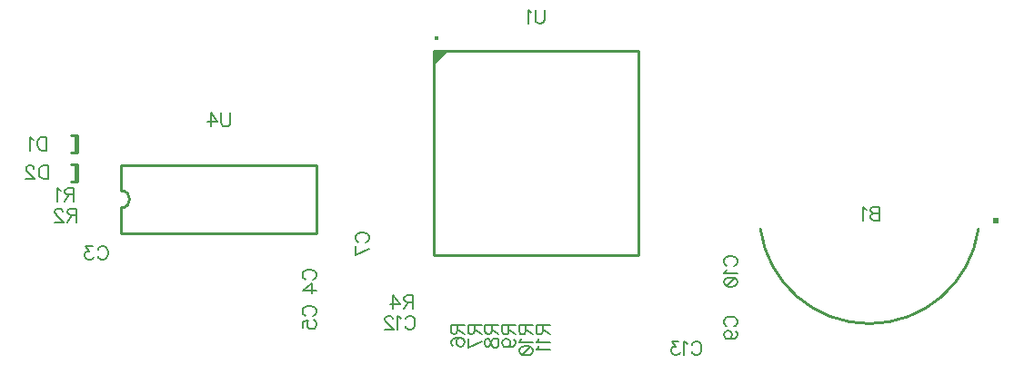
<source format=gbr>
G04 DipTrace 2.4.0.2*
%INBottomSilk.gbr*%
%MOIN*%
%ADD10C,0.0098*%
%ADD14C,0.0157*%
%ADD18C,0.0237*%
%ADD76C,0.0077*%
%FSLAX44Y44*%
G04*
G70*
G90*
G75*
G01*
%LNBotSilk*%
%LPD*%
D18*
X41991Y12812D3*
X33347Y12505D2*
D10*
G03X41340Y12486I3998J552D01*
G01*
X8317Y15940D2*
X8081D1*
X8317Y15311D2*
X8081D1*
X8242D2*
Y15940D1*
X8317Y15311D2*
Y15940D1*
Y14878D2*
X8081D1*
X8317Y14248D2*
X8081D1*
X8242D2*
Y14878D1*
X8317Y14248D2*
Y14878D1*
X21394Y19027D2*
X28874D1*
Y11550D1*
X21394D1*
Y19027D1*
D14*
X21472Y19500D3*
G36*
X21394Y19027D2*
X21906D1*
X21394Y18517D1*
Y19027D1*
G37*
X9918Y14848D2*
D10*
X17083D1*
X9918Y12328D2*
X17083D1*
Y14848D2*
Y12328D1*
X9918Y14848D2*
Y13903D1*
Y13273D2*
Y12328D1*
Y13903D2*
G02X9918Y13273I0J-315D01*
G01*
X37721Y13310D2*
D76*
Y12807D1*
X37505D1*
X37433Y12832D1*
X37410Y12856D1*
X37386Y12903D1*
Y12975D1*
X37410Y13023D1*
X37433Y13047D1*
X37505Y13070D1*
X37433Y13095D1*
X37410Y13119D1*
X37386Y13166D1*
Y13214D1*
X37410Y13262D1*
X37433Y13286D1*
X37505Y13310D1*
X37721D1*
Y13070D2*
X37505D1*
X37231Y13214D2*
X37183Y13238D1*
X37111Y13309D1*
Y12807D1*
X9071Y11751D2*
X9095Y11798D1*
X9143Y11846D1*
X9190Y11870D1*
X9286D1*
X9334Y11846D1*
X9382Y11798D1*
X9406Y11751D1*
X9430Y11679D1*
Y11559D1*
X9406Y11488D1*
X9382Y11440D1*
X9334Y11392D1*
X9286Y11368D1*
X9190D1*
X9143Y11392D1*
X9095Y11440D1*
X9071Y11488D1*
X8869Y11870D2*
X8606D1*
X8749Y11678D1*
X8677D1*
X8630Y11655D1*
X8606Y11631D1*
X8582Y11559D1*
Y11511D1*
X8606Y11440D1*
X8654Y11392D1*
X8725Y11368D1*
X8797D1*
X8869Y11392D1*
X8892Y11416D1*
X8917Y11463D1*
X16688Y10646D2*
X16640Y10669D1*
X16592Y10718D1*
X16568Y10765D1*
Y10861D1*
X16592Y10909D1*
X16640Y10956D1*
X16688Y10981D1*
X16760Y11004D1*
X16880D1*
X16951Y10981D1*
X16999Y10956D1*
X17047Y10909D1*
X17071Y10861D1*
Y10765D1*
X17047Y10718D1*
X16999Y10669D1*
X16951Y10646D1*
X17071Y10252D2*
X16569D1*
X16903Y10491D1*
Y10133D1*
X16688Y9309D2*
X16640Y9333D1*
X16592Y9381D1*
X16568Y9429D1*
Y9524D1*
X16592Y9572D1*
X16640Y9620D1*
X16688Y9644D1*
X16760Y9668D1*
X16880D1*
X16951Y9644D1*
X16999Y9620D1*
X17047Y9572D1*
X17071Y9524D1*
Y9429D1*
X17047Y9381D1*
X16999Y9333D1*
X16951Y9309D1*
X16569Y8868D2*
Y9107D1*
X16784Y9131D1*
X16760Y9107D1*
X16736Y9035D1*
Y8964D1*
X16760Y8892D1*
X16808Y8844D1*
X16880Y8820D1*
X16927D1*
X16999Y8844D1*
X17047Y8892D1*
X17071Y8964D1*
Y9035D1*
X17047Y9107D1*
X17023Y9131D1*
X16975Y9155D1*
X18625Y12009D2*
X18578Y12033D1*
X18530Y12081D1*
X18506Y12128D1*
Y12224D1*
X18530Y12272D1*
X18578Y12320D1*
X18625Y12344D1*
X18697Y12368D1*
X18817D1*
X18889Y12344D1*
X18937Y12320D1*
X18984Y12272D1*
X19008Y12224D1*
Y12128D1*
X18984Y12081D1*
X18937Y12033D1*
X18889Y12009D1*
X19008Y11759D2*
X18507Y11520D1*
Y11855D1*
X32127Y8922D2*
X32079Y8946D1*
X32031Y8994D1*
X32008Y9042D1*
Y9137D1*
X32031Y9185D1*
X32079Y9233D1*
X32127Y9257D1*
X32199Y9281D1*
X32319D1*
X32390Y9257D1*
X32438Y9233D1*
X32486Y9185D1*
X32510Y9137D1*
Y9042D1*
X32486Y8994D1*
X32438Y8946D1*
X32390Y8922D1*
X32175Y8457D2*
X32247Y8481D1*
X32295Y8529D1*
X32319Y8601D1*
Y8624D1*
X32295Y8696D1*
X32247Y8744D1*
X32175Y8768D1*
X32151D1*
X32079Y8744D1*
X32032Y8696D1*
X32008Y8624D1*
Y8601D1*
X32032Y8529D1*
X32079Y8481D1*
X32175Y8457D1*
X32295D1*
X32414Y8481D1*
X32486Y8529D1*
X32510Y8601D1*
Y8648D1*
X32486Y8720D1*
X32438Y8744D1*
X32127Y11146D2*
X32079Y11170D1*
X32031Y11218D1*
X32008Y11265D1*
Y11361D1*
X32031Y11409D1*
X32079Y11457D1*
X32127Y11481D1*
X32199Y11505D1*
X32319D1*
X32390Y11481D1*
X32438Y11457D1*
X32486Y11409D1*
X32510Y11361D1*
Y11265D1*
X32486Y11218D1*
X32438Y11170D1*
X32390Y11146D1*
X32104Y10992D2*
X32079Y10944D1*
X32008Y10872D1*
X32510D1*
X32008Y10574D2*
X32032Y10646D1*
X32104Y10694D1*
X32223Y10717D1*
X32295D1*
X32414Y10694D1*
X32486Y10646D1*
X32510Y10574D1*
Y10526D1*
X32486Y10454D1*
X32414Y10407D1*
X32295Y10382D1*
X32223D1*
X32104Y10407D1*
X32032Y10454D1*
X32008Y10526D1*
Y10574D1*
X32104Y10407D2*
X32414Y10694D1*
X20335Y9188D2*
X20358Y9236D1*
X20407Y9284D1*
X20454Y9307D1*
X20550D1*
X20598Y9284D1*
X20645Y9236D1*
X20670Y9188D1*
X20693Y9116D1*
Y8996D1*
X20670Y8925D1*
X20645Y8877D1*
X20598Y8829D1*
X20550Y8805D1*
X20454D1*
X20407Y8829D1*
X20358Y8877D1*
X20335Y8925D1*
X20180Y9211D2*
X20132Y9236D1*
X20060Y9307D1*
Y8805D1*
X19882Y9188D2*
Y9211D1*
X19858Y9259D1*
X19834Y9283D1*
X19786Y9307D1*
X19690D1*
X19643Y9283D1*
X19619Y9259D1*
X19595Y9211D1*
Y9164D1*
X19619Y9116D1*
X19667Y9044D1*
X19906Y8805D1*
X19571D1*
X30835Y8251D2*
X30859Y8298D1*
X30907Y8346D1*
X30955Y8370D1*
X31050D1*
X31099Y8346D1*
X31146Y8298D1*
X31170Y8251D1*
X31194Y8179D1*
Y8059D1*
X31170Y7988D1*
X31146Y7939D1*
X31099Y7892D1*
X31050Y7868D1*
X30955D1*
X30907Y7892D1*
X30859Y7939D1*
X30835Y7988D1*
X30681Y8274D2*
X30633Y8298D1*
X30561Y8369D1*
Y7868D1*
X30359Y8369D2*
X30096D1*
X30239Y8178D1*
X30167D1*
X30120Y8154D1*
X30096Y8131D1*
X30072Y8059D1*
Y8011D1*
X30096Y7939D1*
X30144Y7891D1*
X30216Y7868D1*
X30287D1*
X30359Y7891D1*
X30382Y7916D1*
X30407Y7963D1*
X7192Y15881D2*
Y15379D1*
X7025D1*
X6953Y15403D1*
X6905Y15451D1*
X6881Y15499D1*
X6857Y15570D1*
Y15690D1*
X6881Y15762D1*
X6905Y15810D1*
X6953Y15858D1*
X7025Y15881D1*
X7192D1*
X6703Y15785D2*
X6655Y15810D1*
X6583Y15881D1*
Y15379D1*
X7235Y14832D2*
Y14329D1*
X7067D1*
X6996Y14354D1*
X6947Y14401D1*
X6924Y14449D1*
X6900Y14521D1*
Y14640D1*
X6924Y14712D1*
X6947Y14760D1*
X6996Y14808D1*
X7067Y14832D1*
X7235D1*
X6721Y14712D2*
Y14736D1*
X6697Y14784D1*
X6674Y14807D1*
X6626Y14831D1*
X6530D1*
X6482Y14807D1*
X6459Y14784D1*
X6434Y14736D1*
Y14688D1*
X6459Y14640D1*
X6506Y14569D1*
X6746Y14329D1*
X6411D1*
X8185Y13756D2*
X7970D1*
X7899Y13781D1*
X7874Y13805D1*
X7850Y13852D1*
Y13900D1*
X7874Y13948D1*
X7899Y13972D1*
X7970Y13996D1*
X8185D1*
Y13493D1*
X8018Y13756D2*
X7850Y13493D1*
X7696Y13900D2*
X7648Y13924D1*
X7576Y13995D1*
Y13493D1*
X8293Y13006D2*
X8078D1*
X8006Y13031D1*
X7982Y13054D1*
X7958Y13102D1*
Y13150D1*
X7982Y13198D1*
X8006Y13222D1*
X8078Y13246D1*
X8293D1*
Y12743D1*
X8125Y13006D2*
X7958Y12743D1*
X7779Y13126D2*
Y13150D1*
X7755Y13198D1*
X7732Y13221D1*
X7684Y13245D1*
X7588D1*
X7540Y13221D1*
X7517Y13198D1*
X7492Y13150D1*
Y13102D1*
X7517Y13054D1*
X7564Y12983D1*
X7804Y12743D1*
X7469D1*
X20619Y9818D2*
X20404D1*
X20332Y9843D1*
X20308Y9866D1*
X20284Y9914D1*
Y9962D1*
X20308Y10009D1*
X20332Y10034D1*
X20404Y10058D1*
X20619D1*
Y9555D1*
X20451Y9818D2*
X20284Y9555D1*
X19890D2*
Y10057D1*
X20129Y9723D1*
X19771D1*
X22244Y8983D2*
Y8768D1*
X22220Y8696D1*
X22196Y8672D1*
X22148Y8648D1*
X22100D1*
X22053Y8672D1*
X22028Y8696D1*
X22005Y8768D1*
Y8983D1*
X22507D1*
X22244Y8816D2*
X22507Y8648D1*
X22076Y8207D2*
X22029Y8231D1*
X22005Y8303D1*
Y8350D1*
X22029Y8422D1*
X22101Y8470D1*
X22220Y8494D1*
X22339D1*
X22435Y8470D1*
X22483Y8422D1*
X22507Y8350D1*
Y8326D1*
X22483Y8255D1*
X22435Y8207D1*
X22363Y8183D1*
X22339D1*
X22268Y8207D1*
X22220Y8255D1*
X22196Y8326D1*
Y8350D1*
X22220Y8422D1*
X22268Y8470D1*
X22339Y8494D1*
X22869Y8969D2*
Y8754D1*
X22845Y8682D1*
X22821Y8658D1*
X22773Y8634D1*
X22725D1*
X22678Y8658D1*
X22653Y8682D1*
X22630Y8754D1*
Y8969D1*
X23132D1*
X22869Y8801D2*
X23132Y8634D1*
Y8384D2*
X22630Y8144D1*
Y8479D1*
X23496Y8968D2*
Y8753D1*
X23472Y8682D1*
X23448Y8657D1*
X23400Y8634D1*
X23352D1*
X23305Y8657D1*
X23280Y8682D1*
X23257Y8753D1*
Y8968D1*
X23759D1*
X23496Y8801D2*
X23759Y8634D1*
X23257Y8360D2*
X23281Y8431D1*
X23328Y8455D1*
X23377D1*
X23424Y8431D1*
X23448Y8384D1*
X23472Y8288D1*
X23496Y8216D1*
X23544Y8169D1*
X23592Y8145D1*
X23663D1*
X23711Y8169D1*
X23735Y8192D1*
X23759Y8264D1*
Y8360D1*
X23735Y8431D1*
X23711Y8455D1*
X23663Y8479D1*
X23592D1*
X23544Y8455D1*
X23496Y8407D1*
X23472Y8336D1*
X23448Y8240D1*
X23424Y8192D1*
X23377Y8169D1*
X23328D1*
X23281Y8192D1*
X23257Y8264D1*
Y8360D1*
X24121Y8957D2*
Y8742D1*
X24097Y8670D1*
X24073Y8646D1*
X24025Y8622D1*
X23977D1*
X23930Y8646D1*
X23905Y8670D1*
X23882Y8742D1*
Y8957D1*
X24384D1*
X24121Y8789D2*
X24384Y8622D1*
X24049Y8156D2*
X24121Y8181D1*
X24169Y8228D1*
X24193Y8300D1*
Y8324D1*
X24169Y8396D1*
X24121Y8443D1*
X24049Y8468D1*
X24025D1*
X23954Y8443D1*
X23906Y8396D1*
X23882Y8324D1*
Y8300D1*
X23906Y8228D1*
X23954Y8181D1*
X24049Y8156D1*
X24169D1*
X24288Y8181D1*
X24360Y8228D1*
X24384Y8300D1*
Y8348D1*
X24360Y8419D1*
X24312Y8443D1*
X24753Y8958D2*
Y8743D1*
X24728Y8672D1*
X24705Y8647D1*
X24657Y8623D1*
X24609D1*
X24561Y8647D1*
X24537Y8672D1*
X24513Y8743D1*
Y8958D1*
X25016D1*
X24753Y8791D2*
X25016Y8623D1*
X24610Y8469D2*
X24585Y8421D1*
X24514Y8349D1*
X25016D1*
X24514Y8051D2*
X24538Y8123D1*
X24610Y8171D1*
X24729Y8195D1*
X24801D1*
X24920Y8171D1*
X24992Y8123D1*
X25016Y8051D1*
Y8003D1*
X24992Y7932D1*
X24920Y7884D1*
X24801Y7860D1*
X24729D1*
X24610Y7884D1*
X24538Y7932D1*
X24514Y8003D1*
Y8051D1*
X24610Y7884D2*
X24920Y8171D1*
X25371Y8956D2*
Y8741D1*
X25347Y8669D1*
X25323Y8645D1*
X25275Y8621D1*
X25227D1*
X25180Y8645D1*
X25156Y8669D1*
X25132Y8741D1*
Y8956D1*
X25634D1*
X25371Y8788D2*
X25634Y8621D1*
X25228Y8467D2*
X25204Y8418D1*
X25132Y8347D1*
X25634D1*
X25228Y8192D2*
X25204Y8144D1*
X25132Y8072D1*
X25634D1*
X25438Y20548D2*
Y20190D1*
X25415Y20118D1*
X25367Y20070D1*
X25295Y20046D1*
X25247D1*
X25175Y20070D1*
X25127Y20118D1*
X25103Y20190D1*
Y20548D1*
X24949Y20452D2*
X24901Y20476D1*
X24829Y20548D1*
Y20046D1*
X13924Y16761D2*
Y16402D1*
X13900Y16330D1*
X13852Y16283D1*
X13780Y16259D1*
X13733D1*
X13661Y16283D1*
X13613Y16330D1*
X13589Y16402D1*
Y16761D1*
X13196Y16259D2*
Y16760D1*
X13435Y16426D1*
X13076D1*
M02*

</source>
